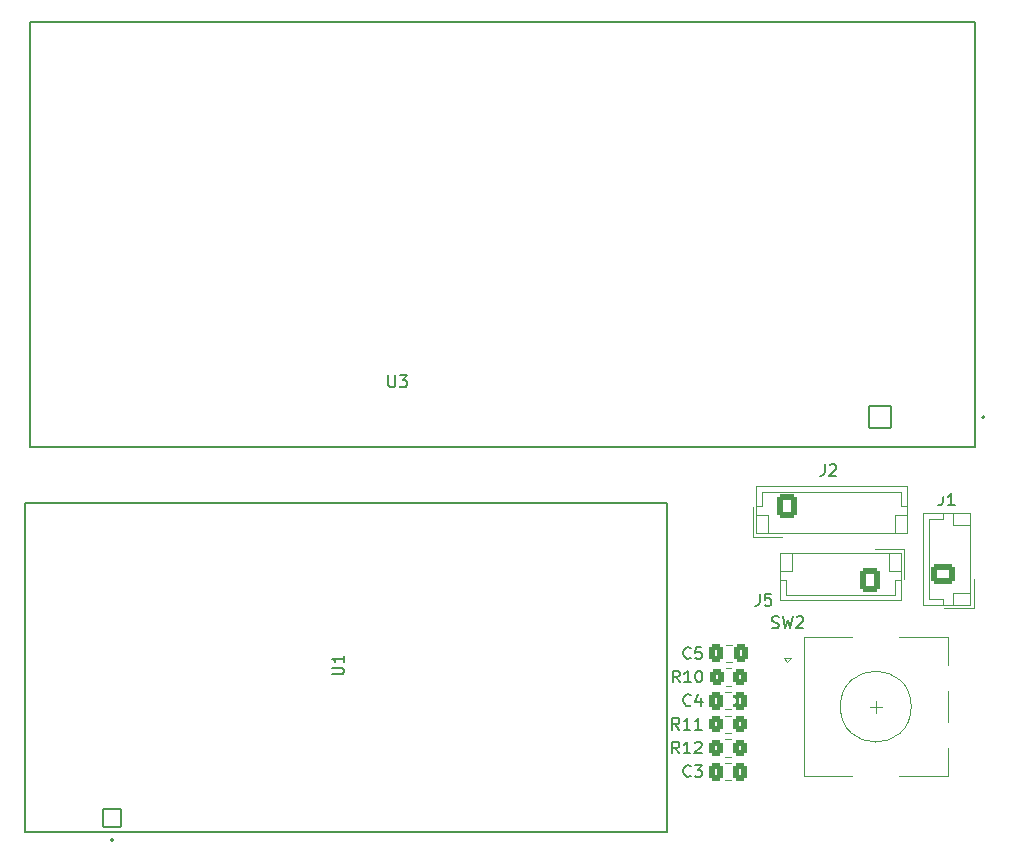
<source format=gto>
G04 #@! TF.GenerationSoftware,KiCad,Pcbnew,8.0.5*
G04 #@! TF.CreationDate,2025-02-10T08:59:46+01:00*
G04 #@! TF.ProjectId,rocnikovka,726f636e-696b-46f7-966b-612e6b696361,rev?*
G04 #@! TF.SameCoordinates,Original*
G04 #@! TF.FileFunction,Legend,Top*
G04 #@! TF.FilePolarity,Positive*
%FSLAX46Y46*%
G04 Gerber Fmt 4.6, Leading zero omitted, Abs format (unit mm)*
G04 Created by KiCad (PCBNEW 8.0.5) date 2025-02-10 08:59:46*
%MOMM*%
%LPD*%
G01*
G04 APERTURE LIST*
G04 Aperture macros list*
%AMRoundRect*
0 Rectangle with rounded corners*
0 $1 Rounding radius*
0 $2 $3 $4 $5 $6 $7 $8 $9 X,Y pos of 4 corners*
0 Add a 4 corners polygon primitive as box body*
4,1,4,$2,$3,$4,$5,$6,$7,$8,$9,$2,$3,0*
0 Add four circle primitives for the rounded corners*
1,1,$1+$1,$2,$3*
1,1,$1+$1,$4,$5*
1,1,$1+$1,$6,$7*
1,1,$1+$1,$8,$9*
0 Add four rect primitives between the rounded corners*
20,1,$1+$1,$2,$3,$4,$5,0*
20,1,$1+$1,$4,$5,$6,$7,0*
20,1,$1+$1,$6,$7,$8,$9,0*
20,1,$1+$1,$8,$9,$2,$3,0*%
G04 Aperture macros list end*
%ADD10C,0.150000*%
%ADD11C,0.120000*%
%ADD12C,0.127000*%
%ADD13C,0.200000*%
%ADD14RoundRect,0.250000X-0.337500X-0.475000X0.337500X-0.475000X0.337500X0.475000X-0.337500X0.475000X0*%
%ADD15C,2.800000*%
%ADD16RoundRect,0.102000X0.939800X0.939800X-0.939800X0.939800X-0.939800X-0.939800X0.939800X-0.939800X0*%
%ADD17C,2.083600*%
%ADD18RoundRect,0.102000X0.780000X-0.780000X0.780000X0.780000X-0.780000X0.780000X-0.780000X-0.780000X0*%
%ADD19C,1.764000*%
%ADD20RoundRect,0.250000X-0.350000X-0.450000X0.350000X-0.450000X0.350000X0.450000X-0.350000X0.450000X0*%
%ADD21RoundRect,0.250000X0.600000X0.725000X-0.600000X0.725000X-0.600000X-0.725000X0.600000X-0.725000X0*%
%ADD22O,1.700000X1.950000*%
%ADD23R,2.000000X2.000000*%
%ADD24C,2.000000*%
%ADD25C,3.200000*%
%ADD26RoundRect,0.250000X0.750000X-0.600000X0.750000X0.600000X-0.750000X0.600000X-0.750000X-0.600000X0*%
%ADD27O,2.000000X1.700000*%
%ADD28RoundRect,0.250000X-0.600000X-0.725000X0.600000X-0.725000X0.600000X0.725000X-0.600000X0.725000X0*%
%ADD29C,0.600000*%
G04 APERTURE END LIST*
D10*
X96833333Y-103359580D02*
X96785714Y-103407200D01*
X96785714Y-103407200D02*
X96642857Y-103454819D01*
X96642857Y-103454819D02*
X96547619Y-103454819D01*
X96547619Y-103454819D02*
X96404762Y-103407200D01*
X96404762Y-103407200D02*
X96309524Y-103311961D01*
X96309524Y-103311961D02*
X96261905Y-103216723D01*
X96261905Y-103216723D02*
X96214286Y-103026247D01*
X96214286Y-103026247D02*
X96214286Y-102883390D01*
X96214286Y-102883390D02*
X96261905Y-102692914D01*
X96261905Y-102692914D02*
X96309524Y-102597676D01*
X96309524Y-102597676D02*
X96404762Y-102502438D01*
X96404762Y-102502438D02*
X96547619Y-102454819D01*
X96547619Y-102454819D02*
X96642857Y-102454819D01*
X96642857Y-102454819D02*
X96785714Y-102502438D01*
X96785714Y-102502438D02*
X96833333Y-102550057D01*
X97738095Y-102454819D02*
X97261905Y-102454819D01*
X97261905Y-102454819D02*
X97214286Y-102931009D01*
X97214286Y-102931009D02*
X97261905Y-102883390D01*
X97261905Y-102883390D02*
X97357143Y-102835771D01*
X97357143Y-102835771D02*
X97595238Y-102835771D01*
X97595238Y-102835771D02*
X97690476Y-102883390D01*
X97690476Y-102883390D02*
X97738095Y-102931009D01*
X97738095Y-102931009D02*
X97785714Y-103026247D01*
X97785714Y-103026247D02*
X97785714Y-103264342D01*
X97785714Y-103264342D02*
X97738095Y-103359580D01*
X97738095Y-103359580D02*
X97690476Y-103407200D01*
X97690476Y-103407200D02*
X97595238Y-103454819D01*
X97595238Y-103454819D02*
X97357143Y-103454819D01*
X97357143Y-103454819D02*
X97261905Y-103407200D01*
X97261905Y-103407200D02*
X97214286Y-103359580D01*
X71238095Y-79454819D02*
X71238095Y-80264342D01*
X71238095Y-80264342D02*
X71285714Y-80359580D01*
X71285714Y-80359580D02*
X71333333Y-80407200D01*
X71333333Y-80407200D02*
X71428571Y-80454819D01*
X71428571Y-80454819D02*
X71619047Y-80454819D01*
X71619047Y-80454819D02*
X71714285Y-80407200D01*
X71714285Y-80407200D02*
X71761904Y-80359580D01*
X71761904Y-80359580D02*
X71809523Y-80264342D01*
X71809523Y-80264342D02*
X71809523Y-79454819D01*
X72190476Y-79454819D02*
X72809523Y-79454819D01*
X72809523Y-79454819D02*
X72476190Y-79835771D01*
X72476190Y-79835771D02*
X72619047Y-79835771D01*
X72619047Y-79835771D02*
X72714285Y-79883390D01*
X72714285Y-79883390D02*
X72761904Y-79931009D01*
X72761904Y-79931009D02*
X72809523Y-80026247D01*
X72809523Y-80026247D02*
X72809523Y-80264342D01*
X72809523Y-80264342D02*
X72761904Y-80359580D01*
X72761904Y-80359580D02*
X72714285Y-80407200D01*
X72714285Y-80407200D02*
X72619047Y-80454819D01*
X72619047Y-80454819D02*
X72333333Y-80454819D01*
X72333333Y-80454819D02*
X72238095Y-80407200D01*
X72238095Y-80407200D02*
X72190476Y-80359580D01*
X66454612Y-104762198D02*
X67264448Y-104762198D01*
X67264448Y-104762198D02*
X67359723Y-104714561D01*
X67359723Y-104714561D02*
X67407361Y-104666924D01*
X67407361Y-104666924D02*
X67454998Y-104571649D01*
X67454998Y-104571649D02*
X67454998Y-104381099D01*
X67454998Y-104381099D02*
X67407361Y-104285824D01*
X67407361Y-104285824D02*
X67359723Y-104238187D01*
X67359723Y-104238187D02*
X67264448Y-104190549D01*
X67264448Y-104190549D02*
X66454612Y-104190549D01*
X67454998Y-103190164D02*
X67454998Y-103761813D01*
X67454998Y-103475988D02*
X66454612Y-103475988D01*
X66454612Y-103475988D02*
X66597524Y-103571263D01*
X66597524Y-103571263D02*
X66692799Y-103666538D01*
X66692799Y-103666538D02*
X66740437Y-103761813D01*
X96833333Y-107359580D02*
X96785714Y-107407200D01*
X96785714Y-107407200D02*
X96642857Y-107454819D01*
X96642857Y-107454819D02*
X96547619Y-107454819D01*
X96547619Y-107454819D02*
X96404762Y-107407200D01*
X96404762Y-107407200D02*
X96309524Y-107311961D01*
X96309524Y-107311961D02*
X96261905Y-107216723D01*
X96261905Y-107216723D02*
X96214286Y-107026247D01*
X96214286Y-107026247D02*
X96214286Y-106883390D01*
X96214286Y-106883390D02*
X96261905Y-106692914D01*
X96261905Y-106692914D02*
X96309524Y-106597676D01*
X96309524Y-106597676D02*
X96404762Y-106502438D01*
X96404762Y-106502438D02*
X96547619Y-106454819D01*
X96547619Y-106454819D02*
X96642857Y-106454819D01*
X96642857Y-106454819D02*
X96785714Y-106502438D01*
X96785714Y-106502438D02*
X96833333Y-106550057D01*
X97690476Y-106788152D02*
X97690476Y-107454819D01*
X97452381Y-106407200D02*
X97214286Y-107121485D01*
X97214286Y-107121485D02*
X97833333Y-107121485D01*
X95857142Y-109454819D02*
X95523809Y-108978628D01*
X95285714Y-109454819D02*
X95285714Y-108454819D01*
X95285714Y-108454819D02*
X95666666Y-108454819D01*
X95666666Y-108454819D02*
X95761904Y-108502438D01*
X95761904Y-108502438D02*
X95809523Y-108550057D01*
X95809523Y-108550057D02*
X95857142Y-108645295D01*
X95857142Y-108645295D02*
X95857142Y-108788152D01*
X95857142Y-108788152D02*
X95809523Y-108883390D01*
X95809523Y-108883390D02*
X95761904Y-108931009D01*
X95761904Y-108931009D02*
X95666666Y-108978628D01*
X95666666Y-108978628D02*
X95285714Y-108978628D01*
X96809523Y-109454819D02*
X96238095Y-109454819D01*
X96523809Y-109454819D02*
X96523809Y-108454819D01*
X96523809Y-108454819D02*
X96428571Y-108597676D01*
X96428571Y-108597676D02*
X96333333Y-108692914D01*
X96333333Y-108692914D02*
X96238095Y-108740533D01*
X97761904Y-109454819D02*
X97190476Y-109454819D01*
X97476190Y-109454819D02*
X97476190Y-108454819D01*
X97476190Y-108454819D02*
X97380952Y-108597676D01*
X97380952Y-108597676D02*
X97285714Y-108692914D01*
X97285714Y-108692914D02*
X97190476Y-108740533D01*
X102666666Y-97954819D02*
X102666666Y-98669104D01*
X102666666Y-98669104D02*
X102619047Y-98811961D01*
X102619047Y-98811961D02*
X102523809Y-98907200D01*
X102523809Y-98907200D02*
X102380952Y-98954819D01*
X102380952Y-98954819D02*
X102285714Y-98954819D01*
X103619047Y-97954819D02*
X103142857Y-97954819D01*
X103142857Y-97954819D02*
X103095238Y-98431009D01*
X103095238Y-98431009D02*
X103142857Y-98383390D01*
X103142857Y-98383390D02*
X103238095Y-98335771D01*
X103238095Y-98335771D02*
X103476190Y-98335771D01*
X103476190Y-98335771D02*
X103571428Y-98383390D01*
X103571428Y-98383390D02*
X103619047Y-98431009D01*
X103619047Y-98431009D02*
X103666666Y-98526247D01*
X103666666Y-98526247D02*
X103666666Y-98764342D01*
X103666666Y-98764342D02*
X103619047Y-98859580D01*
X103619047Y-98859580D02*
X103571428Y-98907200D01*
X103571428Y-98907200D02*
X103476190Y-98954819D01*
X103476190Y-98954819D02*
X103238095Y-98954819D01*
X103238095Y-98954819D02*
X103142857Y-98907200D01*
X103142857Y-98907200D02*
X103095238Y-98859580D01*
X95857142Y-111454819D02*
X95523809Y-110978628D01*
X95285714Y-111454819D02*
X95285714Y-110454819D01*
X95285714Y-110454819D02*
X95666666Y-110454819D01*
X95666666Y-110454819D02*
X95761904Y-110502438D01*
X95761904Y-110502438D02*
X95809523Y-110550057D01*
X95809523Y-110550057D02*
X95857142Y-110645295D01*
X95857142Y-110645295D02*
X95857142Y-110788152D01*
X95857142Y-110788152D02*
X95809523Y-110883390D01*
X95809523Y-110883390D02*
X95761904Y-110931009D01*
X95761904Y-110931009D02*
X95666666Y-110978628D01*
X95666666Y-110978628D02*
X95285714Y-110978628D01*
X96809523Y-111454819D02*
X96238095Y-111454819D01*
X96523809Y-111454819D02*
X96523809Y-110454819D01*
X96523809Y-110454819D02*
X96428571Y-110597676D01*
X96428571Y-110597676D02*
X96333333Y-110692914D01*
X96333333Y-110692914D02*
X96238095Y-110740533D01*
X97190476Y-110550057D02*
X97238095Y-110502438D01*
X97238095Y-110502438D02*
X97333333Y-110454819D01*
X97333333Y-110454819D02*
X97571428Y-110454819D01*
X97571428Y-110454819D02*
X97666666Y-110502438D01*
X97666666Y-110502438D02*
X97714285Y-110550057D01*
X97714285Y-110550057D02*
X97761904Y-110645295D01*
X97761904Y-110645295D02*
X97761904Y-110740533D01*
X97761904Y-110740533D02*
X97714285Y-110883390D01*
X97714285Y-110883390D02*
X97142857Y-111454819D01*
X97142857Y-111454819D02*
X97761904Y-111454819D01*
X96833333Y-113359580D02*
X96785714Y-113407200D01*
X96785714Y-113407200D02*
X96642857Y-113454819D01*
X96642857Y-113454819D02*
X96547619Y-113454819D01*
X96547619Y-113454819D02*
X96404762Y-113407200D01*
X96404762Y-113407200D02*
X96309524Y-113311961D01*
X96309524Y-113311961D02*
X96261905Y-113216723D01*
X96261905Y-113216723D02*
X96214286Y-113026247D01*
X96214286Y-113026247D02*
X96214286Y-112883390D01*
X96214286Y-112883390D02*
X96261905Y-112692914D01*
X96261905Y-112692914D02*
X96309524Y-112597676D01*
X96309524Y-112597676D02*
X96404762Y-112502438D01*
X96404762Y-112502438D02*
X96547619Y-112454819D01*
X96547619Y-112454819D02*
X96642857Y-112454819D01*
X96642857Y-112454819D02*
X96785714Y-112502438D01*
X96785714Y-112502438D02*
X96833333Y-112550057D01*
X97166667Y-112454819D02*
X97785714Y-112454819D01*
X97785714Y-112454819D02*
X97452381Y-112835771D01*
X97452381Y-112835771D02*
X97595238Y-112835771D01*
X97595238Y-112835771D02*
X97690476Y-112883390D01*
X97690476Y-112883390D02*
X97738095Y-112931009D01*
X97738095Y-112931009D02*
X97785714Y-113026247D01*
X97785714Y-113026247D02*
X97785714Y-113264342D01*
X97785714Y-113264342D02*
X97738095Y-113359580D01*
X97738095Y-113359580D02*
X97690476Y-113407200D01*
X97690476Y-113407200D02*
X97595238Y-113454819D01*
X97595238Y-113454819D02*
X97309524Y-113454819D01*
X97309524Y-113454819D02*
X97214286Y-113407200D01*
X97214286Y-113407200D02*
X97166667Y-113359580D01*
X103704167Y-100807200D02*
X103847024Y-100854819D01*
X103847024Y-100854819D02*
X104085119Y-100854819D01*
X104085119Y-100854819D02*
X104180357Y-100807200D01*
X104180357Y-100807200D02*
X104227976Y-100759580D01*
X104227976Y-100759580D02*
X104275595Y-100664342D01*
X104275595Y-100664342D02*
X104275595Y-100569104D01*
X104275595Y-100569104D02*
X104227976Y-100473866D01*
X104227976Y-100473866D02*
X104180357Y-100426247D01*
X104180357Y-100426247D02*
X104085119Y-100378628D01*
X104085119Y-100378628D02*
X103894643Y-100331009D01*
X103894643Y-100331009D02*
X103799405Y-100283390D01*
X103799405Y-100283390D02*
X103751786Y-100235771D01*
X103751786Y-100235771D02*
X103704167Y-100140533D01*
X103704167Y-100140533D02*
X103704167Y-100045295D01*
X103704167Y-100045295D02*
X103751786Y-99950057D01*
X103751786Y-99950057D02*
X103799405Y-99902438D01*
X103799405Y-99902438D02*
X103894643Y-99854819D01*
X103894643Y-99854819D02*
X104132738Y-99854819D01*
X104132738Y-99854819D02*
X104275595Y-99902438D01*
X104608929Y-99854819D02*
X104847024Y-100854819D01*
X104847024Y-100854819D02*
X105037500Y-100140533D01*
X105037500Y-100140533D02*
X105227976Y-100854819D01*
X105227976Y-100854819D02*
X105466072Y-99854819D01*
X105799405Y-99950057D02*
X105847024Y-99902438D01*
X105847024Y-99902438D02*
X105942262Y-99854819D01*
X105942262Y-99854819D02*
X106180357Y-99854819D01*
X106180357Y-99854819D02*
X106275595Y-99902438D01*
X106275595Y-99902438D02*
X106323214Y-99950057D01*
X106323214Y-99950057D02*
X106370833Y-100045295D01*
X106370833Y-100045295D02*
X106370833Y-100140533D01*
X106370833Y-100140533D02*
X106323214Y-100283390D01*
X106323214Y-100283390D02*
X105751786Y-100854819D01*
X105751786Y-100854819D02*
X106370833Y-100854819D01*
X118166666Y-89454819D02*
X118166666Y-90169104D01*
X118166666Y-90169104D02*
X118119047Y-90311961D01*
X118119047Y-90311961D02*
X118023809Y-90407200D01*
X118023809Y-90407200D02*
X117880952Y-90454819D01*
X117880952Y-90454819D02*
X117785714Y-90454819D01*
X119166666Y-90454819D02*
X118595238Y-90454819D01*
X118880952Y-90454819D02*
X118880952Y-89454819D01*
X118880952Y-89454819D02*
X118785714Y-89597676D01*
X118785714Y-89597676D02*
X118690476Y-89692914D01*
X118690476Y-89692914D02*
X118595238Y-89740533D01*
X108166666Y-86954819D02*
X108166666Y-87669104D01*
X108166666Y-87669104D02*
X108119047Y-87811961D01*
X108119047Y-87811961D02*
X108023809Y-87907200D01*
X108023809Y-87907200D02*
X107880952Y-87954819D01*
X107880952Y-87954819D02*
X107785714Y-87954819D01*
X108595238Y-87050057D02*
X108642857Y-87002438D01*
X108642857Y-87002438D02*
X108738095Y-86954819D01*
X108738095Y-86954819D02*
X108976190Y-86954819D01*
X108976190Y-86954819D02*
X109071428Y-87002438D01*
X109071428Y-87002438D02*
X109119047Y-87050057D01*
X109119047Y-87050057D02*
X109166666Y-87145295D01*
X109166666Y-87145295D02*
X109166666Y-87240533D01*
X109166666Y-87240533D02*
X109119047Y-87383390D01*
X109119047Y-87383390D02*
X108547619Y-87954819D01*
X108547619Y-87954819D02*
X109166666Y-87954819D01*
X95894642Y-105454819D02*
X95561309Y-104978628D01*
X95323214Y-105454819D02*
X95323214Y-104454819D01*
X95323214Y-104454819D02*
X95704166Y-104454819D01*
X95704166Y-104454819D02*
X95799404Y-104502438D01*
X95799404Y-104502438D02*
X95847023Y-104550057D01*
X95847023Y-104550057D02*
X95894642Y-104645295D01*
X95894642Y-104645295D02*
X95894642Y-104788152D01*
X95894642Y-104788152D02*
X95847023Y-104883390D01*
X95847023Y-104883390D02*
X95799404Y-104931009D01*
X95799404Y-104931009D02*
X95704166Y-104978628D01*
X95704166Y-104978628D02*
X95323214Y-104978628D01*
X96847023Y-105454819D02*
X96275595Y-105454819D01*
X96561309Y-105454819D02*
X96561309Y-104454819D01*
X96561309Y-104454819D02*
X96466071Y-104597676D01*
X96466071Y-104597676D02*
X96370833Y-104692914D01*
X96370833Y-104692914D02*
X96275595Y-104740533D01*
X97466071Y-104454819D02*
X97561309Y-104454819D01*
X97561309Y-104454819D02*
X97656547Y-104502438D01*
X97656547Y-104502438D02*
X97704166Y-104550057D01*
X97704166Y-104550057D02*
X97751785Y-104645295D01*
X97751785Y-104645295D02*
X97799404Y-104835771D01*
X97799404Y-104835771D02*
X97799404Y-105073866D01*
X97799404Y-105073866D02*
X97751785Y-105264342D01*
X97751785Y-105264342D02*
X97704166Y-105359580D01*
X97704166Y-105359580D02*
X97656547Y-105407200D01*
X97656547Y-105407200D02*
X97561309Y-105454819D01*
X97561309Y-105454819D02*
X97466071Y-105454819D01*
X97466071Y-105454819D02*
X97370833Y-105407200D01*
X97370833Y-105407200D02*
X97323214Y-105359580D01*
X97323214Y-105359580D02*
X97275595Y-105264342D01*
X97275595Y-105264342D02*
X97227976Y-105073866D01*
X97227976Y-105073866D02*
X97227976Y-104835771D01*
X97227976Y-104835771D02*
X97275595Y-104645295D01*
X97275595Y-104645295D02*
X97323214Y-104550057D01*
X97323214Y-104550057D02*
X97370833Y-104502438D01*
X97370833Y-104502438D02*
X97466071Y-104454819D01*
D11*
X99776248Y-102265000D02*
X100298752Y-102265000D01*
X99776248Y-103735000D02*
X100298752Y-103735000D01*
D12*
X40860000Y-49500000D02*
X120860000Y-49500000D01*
X40860000Y-85500000D02*
X40860000Y-49500000D01*
X120860000Y-49500000D02*
X120860000Y-85500000D01*
X120860000Y-85500000D02*
X40860000Y-85500000D01*
D13*
X121710000Y-83000000D02*
G75*
G02*
X121510000Y-83000000I-100000J0D01*
G01*
X121510000Y-83000000D02*
G75*
G02*
X121710000Y-83000000I100000J0D01*
G01*
D12*
X40450000Y-90250000D02*
X94850000Y-90250000D01*
X40450000Y-118150000D02*
X40450000Y-90250000D01*
X94850000Y-90250000D02*
X94850000Y-118150000D01*
X94850000Y-118150000D02*
X40450000Y-118150000D01*
D13*
X47940000Y-118800000D02*
G75*
G02*
X47740000Y-118800000I-100000J0D01*
G01*
X47740000Y-118800000D02*
G75*
G02*
X47940000Y-118800000I100000J0D01*
G01*
D11*
X99738748Y-106265000D02*
X100261252Y-106265000D01*
X99738748Y-107735000D02*
X100261252Y-107735000D01*
X99772936Y-108265000D02*
X100227064Y-108265000D01*
X99772936Y-109735000D02*
X100227064Y-109735000D01*
X104390000Y-94490000D02*
X104390000Y-98510000D01*
X104390000Y-95990000D02*
X105390000Y-95990000D01*
X104390000Y-98510000D02*
X114610000Y-98510000D01*
X104890000Y-96800000D02*
X104390000Y-96800000D01*
X104890000Y-98010000D02*
X104890000Y-96800000D01*
X105390000Y-95990000D02*
X105390000Y-94490000D01*
X113610000Y-95990000D02*
X113610000Y-94490000D01*
X114110000Y-96800000D02*
X114110000Y-98010000D01*
X114110000Y-98010000D02*
X104890000Y-98010000D01*
X114610000Y-94490000D02*
X104390000Y-94490000D01*
X114610000Y-95990000D02*
X113610000Y-95990000D01*
X114610000Y-96800000D02*
X114110000Y-96800000D01*
X114610000Y-98510000D02*
X114610000Y-94490000D01*
X114910000Y-94190000D02*
X112410000Y-94190000D01*
X114910000Y-96690000D02*
X114910000Y-94190000D01*
X99772936Y-110265000D02*
X100227064Y-110265000D01*
X99772936Y-111735000D02*
X100227064Y-111735000D01*
X99738748Y-112265000D02*
X100261252Y-112265000D01*
X99738748Y-113735000D02*
X100261252Y-113735000D01*
X104700000Y-103400000D02*
X105300000Y-103400000D01*
X105000000Y-103700000D02*
X104700000Y-103400000D01*
X105300000Y-103400000D02*
X105000000Y-103700000D01*
X106400000Y-101600000D02*
X106400000Y-113400000D01*
X110500000Y-101600000D02*
X106400000Y-101600000D01*
X110500000Y-113400000D02*
X106400000Y-113400000D01*
X112000000Y-107500000D02*
X113000000Y-107500000D01*
X112500000Y-107000000D02*
X112500000Y-108000000D01*
X114500000Y-101600000D02*
X118600000Y-101600000D01*
X118600000Y-101600000D02*
X118600000Y-104000000D01*
X118600000Y-106200000D02*
X118600000Y-108800000D01*
X118600000Y-111000000D02*
X118600000Y-113400000D01*
X118600000Y-113400000D02*
X114500000Y-113400000D01*
X115500000Y-107500000D02*
G75*
G02*
X109500000Y-107500000I-3000000J0D01*
G01*
X109500000Y-107500000D02*
G75*
G02*
X115500000Y-107500000I3000000J0D01*
G01*
X116490000Y-91140000D02*
X116490000Y-98860000D01*
X116490000Y-98860000D02*
X120510000Y-98860000D01*
X116990000Y-91640000D02*
X118200000Y-91640000D01*
X116990000Y-98360000D02*
X116990000Y-91640000D01*
X118200000Y-91640000D02*
X118200000Y-91140000D01*
X118200000Y-98360000D02*
X116990000Y-98360000D01*
X118200000Y-98860000D02*
X118200000Y-98360000D01*
X118310000Y-99160000D02*
X120810000Y-99160000D01*
X119010000Y-91140000D02*
X119010000Y-92140000D01*
X119010000Y-92140000D02*
X120510000Y-92140000D01*
X119010000Y-97860000D02*
X120510000Y-97860000D01*
X119010000Y-98860000D02*
X119010000Y-97860000D01*
X120510000Y-91140000D02*
X116490000Y-91140000D01*
X120510000Y-98860000D02*
X120510000Y-91140000D01*
X120810000Y-99160000D02*
X120810000Y-96660000D01*
X102090000Y-90610000D02*
X102090000Y-93110000D01*
X102090000Y-93110000D02*
X104590000Y-93110000D01*
X102390000Y-88790000D02*
X102390000Y-92810000D01*
X102390000Y-90500000D02*
X102890000Y-90500000D01*
X102390000Y-91310000D02*
X103390000Y-91310000D01*
X102390000Y-92810000D02*
X115110000Y-92810000D01*
X102890000Y-89290000D02*
X114610000Y-89290000D01*
X102890000Y-90500000D02*
X102890000Y-89290000D01*
X103390000Y-91310000D02*
X103390000Y-92810000D01*
X114110000Y-91310000D02*
X114110000Y-92810000D01*
X114610000Y-89290000D02*
X114610000Y-90500000D01*
X114610000Y-90500000D02*
X115110000Y-90500000D01*
X115110000Y-88790000D02*
X102390000Y-88790000D01*
X115110000Y-91310000D02*
X114110000Y-91310000D01*
X115110000Y-92810000D02*
X115110000Y-88790000D01*
X99810436Y-104265000D02*
X100264564Y-104265000D01*
X99810436Y-105735000D02*
X100264564Y-105735000D01*
%LPC*%
D14*
X99000000Y-103000000D03*
X101075000Y-103000000D03*
D15*
X118360000Y-83000000D03*
X118360000Y-52000000D03*
X43360000Y-83000000D03*
X43360000Y-52000000D03*
D16*
X112860000Y-83000000D03*
D17*
X110320000Y-83000000D03*
X107780000Y-83000000D03*
X105240000Y-83000000D03*
X102700000Y-83000000D03*
X100160000Y-83000000D03*
X97620000Y-83000000D03*
X95080000Y-83000000D03*
X92540000Y-83000000D03*
X90000000Y-83000000D03*
X87460000Y-83000000D03*
X84920000Y-83000000D03*
X82380000Y-83000000D03*
X79840000Y-83000000D03*
X77300000Y-83000000D03*
X74760000Y-83000000D03*
D18*
X47840000Y-116900000D03*
D19*
X50380000Y-116900000D03*
X52920000Y-116900000D03*
X55460000Y-116900000D03*
X58000000Y-116900000D03*
X60540000Y-116900000D03*
X63080000Y-116900000D03*
X65620000Y-116900000D03*
X68160000Y-116900000D03*
X70700000Y-116900000D03*
X73240000Y-116900000D03*
X75780000Y-116900000D03*
X78320000Y-116900000D03*
X80860000Y-116900000D03*
X83400000Y-116900000D03*
X85940000Y-116900000D03*
X88480000Y-116900000D03*
X91020000Y-116900000D03*
X93560000Y-116900000D03*
X47840000Y-91500000D03*
X50380000Y-91500000D03*
X52920000Y-91500000D03*
X55460000Y-91500000D03*
X58000000Y-91500000D03*
X60540000Y-91500000D03*
X63080000Y-91500000D03*
X65620000Y-91500000D03*
X68160000Y-91500000D03*
X70700000Y-91500000D03*
X73240000Y-91500000D03*
X75780000Y-91500000D03*
X78320000Y-91500000D03*
X80860000Y-91500000D03*
X83400000Y-91500000D03*
X85940000Y-91500000D03*
X88480000Y-91500000D03*
X91020000Y-91500000D03*
X93560000Y-91500000D03*
D14*
X98962500Y-107000000D03*
X101037500Y-107000000D03*
D20*
X99000000Y-109000000D03*
X101000000Y-109000000D03*
D21*
X112000000Y-96800000D03*
D22*
X109500000Y-96800000D03*
X107000000Y-96800000D03*
D20*
X99000000Y-111000000D03*
X101000000Y-111000000D03*
D14*
X98962500Y-113000000D03*
X101037500Y-113000000D03*
D23*
X105000000Y-105000000D03*
D24*
X105000000Y-110000000D03*
X105000000Y-107500000D03*
D25*
X112500000Y-101900000D03*
X112500000Y-113100000D03*
D24*
X119500000Y-110000000D03*
X119500000Y-105000000D03*
D26*
X118200000Y-96250000D03*
D27*
X118200000Y-93750000D03*
D28*
X105000000Y-90500000D03*
D22*
X107500000Y-90500000D03*
X110000000Y-90500000D03*
X112500000Y-90500000D03*
D20*
X99037500Y-105000000D03*
X101037500Y-105000000D03*
D29*
X90000000Y-105000000D03*
X42500000Y-103500000D03*
X82500000Y-109000000D03*
X78000000Y-97000000D03*
X99500000Y-90500000D03*
X59500000Y-88000000D03*
X76500000Y-104000000D03*
X122500000Y-80500000D03*
X49500000Y-96000000D03*
X76000000Y-105000000D03*
X100000000Y-91500000D03*
X72000000Y-108000000D03*
X117000000Y-89500000D03*
X73500000Y-88500000D03*
X99500000Y-100500000D03*
X117500000Y-88500000D03*
X116500000Y-106000000D03*
X78500000Y-98000000D03*
X123500000Y-80500000D03*
X101500000Y-115000000D03*
X71500000Y-109000000D03*
X86500000Y-105000000D03*
X117000000Y-106500000D03*
X44000000Y-103500000D03*
X51000000Y-96000000D03*
X88500000Y-113500000D03*
X78500000Y-113000000D03*
X42500000Y-99500000D03*
X91500000Y-105000000D03*
X103000000Y-97000000D03*
X63000000Y-105000000D03*
X95500000Y-88000000D03*
X117000000Y-105500000D03*
X99000000Y-91500000D03*
X63500000Y-106000000D03*
X123000000Y-81500000D03*
X98500000Y-100500000D03*
X50500000Y-97000000D03*
X62500000Y-106000000D03*
X79000000Y-97000000D03*
X81000000Y-114500000D03*
X99000000Y-99500000D03*
X66500000Y-88000000D03*
X77000000Y-105000000D03*
X100400000Y-107000000D03*
X72500000Y-109000000D03*
X118000000Y-89500000D03*
%LPD*%
M02*

</source>
